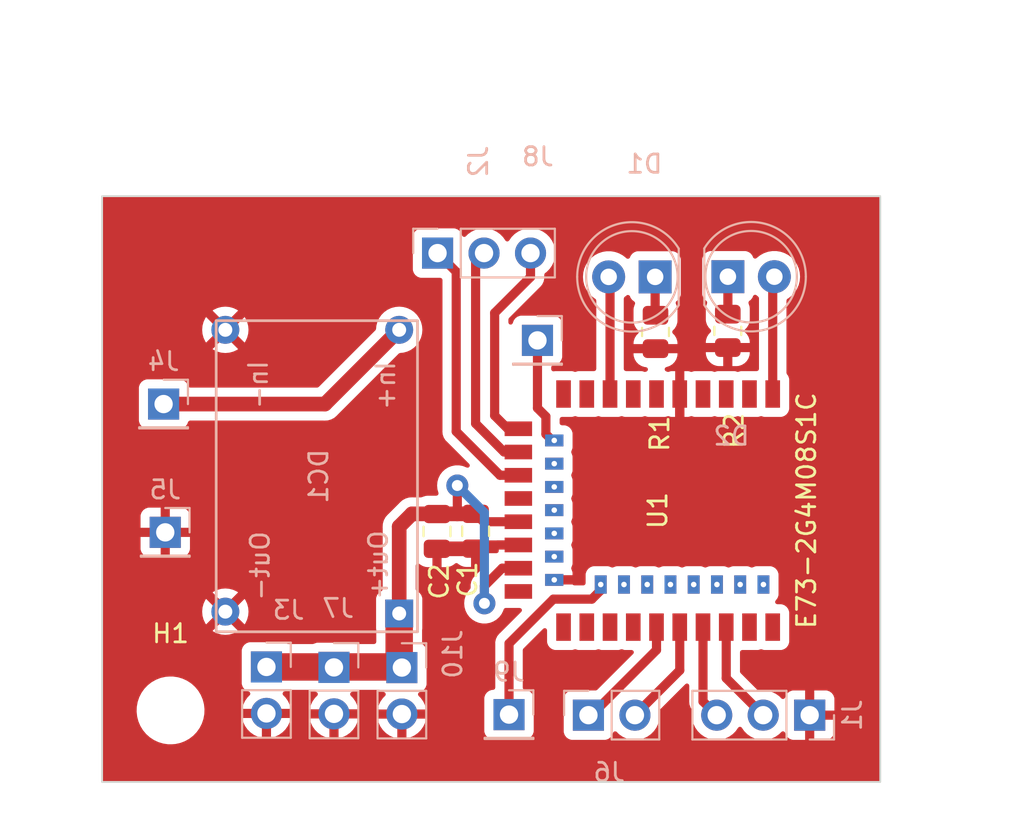
<source format=kicad_pcb>
(kicad_pcb (version 20221018) (generator pcbnew)
  (layers (0 "F.Cu" signal) (31 "B.Cu" signal) (34 "B.Paste" user) (35 "F.Paste" user) (36 "B.SilkS" user "B.Silkscreen") (37 "F.SilkS" user "F.Silkscreen") (38 "B.Mask" user) (39 "F.Mask" user) (44 "Edge.Cuts" user))
  (net 0 "")
  (net 1 "/3V3")
  (net 2 "/SWD_CLK")
  (net 3 "/SWD_IO")
  (net 4 "GND")
  (net 19 "/CS")
  (net 21 "/MISO")
  (net 23 "/MOSI")
  (net 24 "/SCK")
  (net 33 "/IRQ")
  (net 34 "/12VIN")
  (net 37 "/RX")
  (net 38 "/TX")
  (net 40 "Net-(D1-K)")
  (net 41 "/LED1")
  (net 42 "Net-(D2-K)")
  (net 43 "/LED2")
  (footprint "MountingHole:MountingHole_3.2mm_M3" (layer "F.Cu") (at 82 100.59)
    (fp_text reference "H1" (at 0 -4.2) (layer "F.SilkS"))
    (fp_text value "MountingHole")
    (pad "" np_thru_hole circle (at 0 0) (size 3.2 3.2) (drill 3.2) (layers "*.Cu" "*.Mask"))
  )
  (footprint "Capacitor_SMD:C_0805_2012Metric" (layer "F.Cu") (at 98.67 90.8 -90)
    (fp_text reference "C1" (at 2.64 0.44 90) (layer "F.SilkS"))
    (fp_text value "1uF")
    (fp_line (start -0.261252 -0.735) (end 0.261252 -0.735) (stroke (width 0.12)) (layer "F.SilkS"))
    (fp_line (start -0.261252 0.735) (end 0.261252 0.735) (stroke (width 0.12)) (layer "F.SilkS"))
    (pad "1" smd roundrect (at -0.95 0 270) (size 1 1.45) (layers "F.Cu" "F.Paste" "F.Mask") (net 1 "/3V3"))
    (pad "2" smd roundrect (at 0.95 0 270) (size 1 1.45) (layers "F.Cu" "F.Paste" "F.Mask") (net 4 "GND"))
  )
  (footprint "Resistor_SMD:R_0805_2012Metric" (layer "F.Cu") (at 112.45 79.85 -90)
    (fp_text reference "R2" (at 5.4625 -0.34 90) (layer "F.SilkS"))
    (fp_text value "1K")
    (fp_line (start -0.227064 -0.735) (end 0.227064 -0.735) (stroke (width 0.12)) (layer "F.SilkS"))
    (fp_line (start -0.227064 0.735) (end 0.227064 0.735) (stroke (width 0.12)) (layer "F.SilkS"))
    (pad "1" smd roundrect (at -0.9125 0 270) (size 1.025 1.4) (layers "F.Cu" "F.Paste" "F.Mask") (roundrect_rratio 0.243902439) (net 42 "Net-(D2-K)"))
    (pad "2" smd roundrect (at 0.9125 0 270) (size 1.025 1.4) (layers "F.Cu" "F.Paste" "F.Mask") (roundrect_rratio 0.243902439) (net 4 "GND"))
  )
  (footprint "E73:E73-2G4M08S1C-52840" (layer "F.Cu") (at 100.875 89.67)
    (fp_text reference "U1" (at 7.746775 -0.000467 270) (layer "F.SilkS"))
    (fp_text value "~")
    (fp_text user "E73-2G4M08S1C" (at 15.875 0 90) (layer "F.SilkS"))
    (pad "1" smd rect (at 14.03 -6.369) (size 0.8 1.5) (layers "F.Cu" "F.Paste" "F.Mask") (net 43 "/LED2"))
    (pad "2" smd rect (at 12.76 -6.369) (size 0.8 1.5) (layers "F.Cu" "F.Paste" "F.Mask"))
    (pad "3" smd rect (at 11.49 -6.369) (size 0.8 1.5) (layers "F.Cu" "F.Paste" "F.Mask"))
    (pad "4" smd rect (at 10.22 -6.369) (size 0.8 1.5) (layers "F.Cu" "F.Paste" "F.Mask"))
    (pad "5" smd rect (at 8.95 -6.369) (size 0.8 1.5) (layers "F.Cu" "F.Paste" "F.Mask") (net 4 "GND"))
    (pad "6" smd rect (at 7.68 -6.369) (size 0.8 1.5) (layers "F.Cu" "F.Paste" "F.Mask"))
    (pad "7" smd rect (at 6.41 -6.369) (size 0.8 1.5) (layers "F.Cu" "F.Paste" "F.Mask"))
    (pad "8" smd rect (at 5.14 -6.369) (size 0.8 1.5) (layers "F.Cu" "F.Paste" "F.Mask") (net 41 "/LED1"))
    (pad "9" smd rect (at 3.87 -6.369) (size 0.8 1.5) (layers "F.Cu" "F.Paste" "F.Mask"))
    (pad "10" smd rect (at 2.6 -6.369) (size 0.8 1.5) (layers "F.Cu" "F.Paste" "F.Mask"))
    (pad "11" smd rect (at 0.131 -4.47 90) (size 0.8 1.5) (layers "F.Cu" "F.Paste" "F.Mask") (net 21 "/MISO"))
    (pad "12" thru_hole rect (at 2.092 -3.833 90) (size 0.65 1) (drill 0.3) (layers "*.Cu" "*.Mask") (net 37 "/RX"))
    (pad "13" smd rect (at 0.131 -3.2 90) (size 0.8 1.5) (layers "F.Cu" "F.Paste" "F.Mask") (net 23 "/MOSI"))
    (pad "14" thru_hole rect (at 2.092 -2.563 90) (size 0.65 1) (drill 0.3) (layers "*.Cu" "*.Mask"))
    (pad "15" smd rect (at 0.131 -1.93 90) (size 0.8 1.5) (layers "F.Cu" "F.Paste" "F.Mask") (net 24 "/SCK"))
    (pad "16" thru_hole rect (at 2.092 -1.293 90) (size 0.65 1) (drill 0.3) (layers "*.Cu" "*.Mask"))
    (pad "17" smd rect (at 0.131 -0.66 90) (size 0.8 1.5) (layers "F.Cu" "F.Paste" "F.Mask"))
    (pad "18" thru_hole rect (at 2.092 -0.023 90) (size 0.65 1) (drill 0.3) (layers "*.Cu" "*.Mask"))
    (pad "19" smd rect (at 0.131 0.61 90) (size 0.8 1.5) (layers "F.Cu" "F.Paste" "F.Mask") (net 1 "/3V3"))
    (pad "20" thru_hole rect (at 2.092 1.247 90) (size 0.65 1) (drill 0.3) (layers "*.Cu" "*.Mask"))
    (pad "21" smd rect (at 0.131 1.88 90) (size 0.8 1.5) (layers "F.Cu" "F.Paste" "F.Mask") (net 4 "GND"))
    (pad "22" thru_hole rect (at 2.092 2.517 90) (size 0.65 1) (drill 0.3) (layers "*.Cu" "*.Mask"))
    (pad "23" smd rect (at 0.131 3.15 90) (size 0.8 1.5) (layers "F.Cu" "F.Paste" "F.Mask") (net 1 "/3V3"))
    (pad "24" thru_hole rect (at 2.092 3.787 90) (size 0.65 1) (drill 0.3) (layers "*.Cu" "*.Mask") (net 4 "GND"))
    (pad "25" smd rect (at 0.131 4.42 90) (size 0.8 1.5) (layers "F.Cu" "F.Paste" "F.Mask"))
    (pad "26" smd rect (at 2.6 6.369) (size 0.8 1.5) (layers "F.Cu" "F.Paste" "F.Mask"))
    (pad "27" smd rect (at 3.87 6.369) (size 0.8 1.5) (layers "F.Cu" "F.Paste" "F.Mask"))
    (pad "28" thru_hole rect (at 4.632 4.041) (size 0.65 1) (drill 0.3) (layers "*.Cu" "*.Mask") (net 38 "/TX"))
    (pad "29" smd rect (at 5.14 6.369) (size 0.8 1.5) (layers "F.Cu" "F.Paste" "F.Mask"))
    (pad "30" thru_hole rect (at 5.902 4.041) (size 0.65 1) (drill 0.3) (layers "*.Cu" "*.Mask"))
    (pad "31" smd rect (at 6.41 6.369) (size 0.8 1.5) (layers "F.Cu" "F.Paste" "F.Mask"))
    (pad "32" thru_hole rect (at 7.172 4.041) (size 0.65 1) (drill 0.3) (layers "*.Cu" "*.Mask"))
    (pad "33" smd rect (at 7.68 6.369) (size 0.8 1.5) (layers "F.Cu" "F.Paste" "F.Mask") (net 19 "/CS"))
    (pad "34" thru_hole rect (at 8.442 4.041) (size 0.65 1) (drill 0.3) (layers "*.Cu" "*.Mask"))
    (pad "35" smd rect (at 8.95 6.369) (size 0.8 1.5) (layers "F.Cu" "F.Paste" "F.Mask") (net 33 "/IRQ"))
    (pad "36" thru_hole rect (at 9.712 4.041) (size 0.65 1) (drill 0.3) (layers "*.Cu" "*.Mask"))
    (pad "37" smd rect (at 10.22 6.369) (size 0.8 1.5) (layers "F.Cu" "F.Paste" "F.Mask") (net 3 "/SWD_IO"))
    (pad "38" thru_hole rect (at 10.982 4.041) (size 0.65 1) (drill 0.3) (layers "*.Cu" "*.Mask"))
    (pad "39" smd rect (at 11.49 6.369) (size 0.8 1.5) (layers "F.Cu" "F.Paste" "F.Mask") (net 2 "/SWD_CLK"))
    (pad "40" thru_hole rect (at 12.252 4.041) (size 0.65 1) (drill 0.3) (layers "*.Cu" "*.Mask"))
    (pad "41" smd rect (at 12.76 6.369) (size 0.8 1.5) (layers "F.Cu" "F.Paste" "F.Mask"))
    (pad "42" thru_hole rect (at 13.522 4.041) (size 0.65 1) (drill 0.3) (layers "*.Cu" "*.Mask"))
    (pad "43" smd rect (at 14.03 6.369) (size 0.8 1.5) (layers "F.Cu" "F.Paste" "F.Mask"))
  )
  (footprint "Resistor_SMD:R_0805_2012Metric" (layer "F.Cu") (at 108.5 79.91 -90)
    (fp_text reference "R1" (at 5.56 -0.23 90) (layer "F.SilkS"))
    (fp_text value "1K")
    (fp_line (start -0.227064 -0.735) (end 0.227064 -0.735) (stroke (width 0.12)) (layer "F.SilkS"))
    (fp_line (start -0.227064 0.735) (end 0.227064 0.735) (stroke (width 0.12)) (layer "F.SilkS"))
    (pad "1" smd roundrect (at -0.9125 0 270) (size 1.025 1.4) (layers "F.Cu" "F.Paste" "F.Mask") (roundrect_rratio 0.243902439) (net 40 "Net-(D1-K)"))
    (pad "2" smd roundrect (at 0.9125 0 270) (size 1.025 1.4) (layers "F.Cu" "F.Paste" "F.Mask") (roundrect_rratio 0.243902439) (net 4 "GND"))
  )
  (footprint "Capacitor_SMD:C_0805_2012Metric" (layer "F.Cu") (at 96.56 90.81 -90)
    (fp_text reference "C2" (at 2.74 -0.12 90) (layer "F.SilkS"))
    (fp_text value "10uF")
    (fp_line (start -0.261252 -0.735) (end 0.261252 -0.735) (stroke (width 0.12)) (layer "F.SilkS"))
    (fp_line (start -0.261252 0.735) (end 0.261252 0.735) (stroke (width 0.12)) (layer "F.SilkS"))
    (pad "1" smd roundrect (at -0.95 0 270) (size 1 1.45) (layers "F.Cu" "F.Paste" "F.Mask") (net 1 "/3V3"))
    (pad "2" smd roundrect (at 0.95 0 270) (size 1 1.45) (layers "F.Cu" "F.Paste" "F.Mask") (net 4 "GND"))
  )
  (footprint "LED_THT:LED_D5.0mm" (layer "B.Cu") (at 108.48 76.9 180)
    (fp_text reference "D1" (at 0.59 6.17) (layer "B.SilkS") (effects (justify mirror)))
    (fp_text value "LED_Small")
    (fp_line (start -1.29 1.545) (end -1.29 -1.545) (stroke (width 0.12)) (layer "B.SilkS"))
    (fp_arc (start -1.29 -1.54483) (mid 2.072002 -2.880433) (end 4.26 0.000462) (stroke (width 0.12)) (layer "B.SilkS"))
    (fp_arc (start 4.26 -0.000462) (mid 2.072002 2.880433) (end -1.29 1.54483) (stroke (width 0.12)) (layer "B.SilkS"))
    (fp_circle (center 1.27 0) (end 3.77 0) (stroke (width 0.12)) (fill none) (layer "B.SilkS"))
    (pad "1" thru_hole rect (at 0 0 180) (size 1.8 1.8) (drill 0.9) (layers "*.Cu" "*.Mask") (net 40 "Net-(D1-K)"))
    (pad "2" thru_hole circle (at 2.54 0 180) (size 1.8 1.8) (drill 0.9) (layers "*.Cu" "*.Mask") (net 41 "/LED1"))
  )
  (footprint "Connector_PinHeader_2.54mm:PinHeader_1x01_P2.54mm_Vertical" (layer "B.Cu") (at 100.495 100.82 180)
    (fp_text reference "J9" (at 0 2.33) (layer "B.SilkS") (effects (justify mirror)))
    (fp_text value "Conn_01x01")
    (fp_line (start -1.33 -1.33) (end 1.33 -1.33) (stroke (width 0.12)) (layer "B.SilkS"))
    (fp_line (start -1.33 -1.27) (end -1.33 -1.33) (stroke (width 0.12)) (layer "B.SilkS"))
    (fp_line (start -1.33 -1.27) (end 1.33 -1.27) (stroke (width 0.12)) (layer "B.SilkS"))
    (fp_line (start -1.33 0) (end -1.33 1.33) (stroke (width 0.12)) (layer "B.SilkS"))
    (fp_line (start -1.33 1.33) (end 0 1.33) (stroke (width 0.12)) (layer "B.SilkS"))
    (fp_line (start 1.33 -1.27) (end 1.33 -1.33) (stroke (width 0.12)) (layer "B.SilkS"))
    (pad "1" thru_hole rect (at 0 0 180) (size 1.7 1.7) (drill 1) (layers "*.Cu" "*.Mask") (net 38 "/TX"))
  )
  (footprint "LED_THT:LED_D5.0mm" (layer "B.Cu") (at 112.455 76.89)
    (fp_text reference "D2" (at 0.195 8.7) (layer "B.SilkS") (effects (justify mirror)))
    (fp_text value "LED_Small")
    (fp_line (start -1.29 1.545) (end -1.29 -1.545) (stroke (width 0.12)) (layer "B.SilkS"))
    (fp_arc (start -1.29 -1.54483) (mid 2.072002 -2.880433) (end 4.26 0.000462) (stroke (width 0.12)) (layer "B.SilkS"))
    (fp_arc (start 4.26 -0.000462) (mid 2.072002 2.880433) (end -1.29 1.54483) (stroke (width 0.12)) (layer "B.SilkS"))
    (fp_circle (center 1.27 0) (end 3.77 0) (stroke (width 0.12)) (fill none) (layer "B.SilkS"))
    (pad "1" thru_hole rect (at 0 0) (size 1.8 1.8) (drill 0.9) (layers "*.Cu" "*.Mask") (net 42 "Net-(D2-K)"))
    (pad "2" thru_hole circle (at 2.54 0) (size 1.8 1.8) (drill 0.9) (layers "*.Cu" "*.Mask") (net 43 "/LED2"))
  )
  (footprint "Connector_PinHeader_2.54mm:PinHeader_1x02_P2.54mm_Vertical" (layer "B.Cu") (at 104.835 100.85 -90)
    (fp_text reference "J6" (at 3.12 -1.135 -180) (layer "B.SilkS") (effects (justify mirror)))
    (fp_text value "SPI2")
    (fp_line (start -1.33 -3.87) (end 1.33 -3.87) (stroke (width 0.12)) (layer "B.SilkS"))
    (fp_line (start -1.33 -1.27) (end -1.33 -3.87) (stroke (width 0.12)) (layer "B.SilkS"))
    (fp_line (start -1.33 -1.27) (end 1.33 -1.27) (stroke (width 0.12)) (layer "B.SilkS"))
    (fp_line (start -1.33 0) (end -1.33 1.33) (stroke (width 0.12)) (layer "B.SilkS"))
    (fp_line (start -1.33 1.33) (end 0 1.33) (stroke (width 0.12)) (layer "B.SilkS"))
    (fp_line (start 1.33 -1.27) (end 1.33 -3.87) (stroke (width 0.12)) (layer "B.SilkS"))
    (pad "1" thru_hole rect (at 0 0 270) (size 1.7 1.7) (drill 1) (layers "*.Cu" "*.Mask") (net 19 "/CS"))
    (pad "2" thru_hole oval (at 0 -2.54 270) (size 1.7 1.7) (drill 1) (layers "*.Cu" "*.Mask") (net 33 "/IRQ"))
  )
  (footprint "Connector_PinHeader_2.54mm:PinHeader_1x01_P2.54mm_Vertical" (layer "B.Cu") (at 81.62 83.85 180)
    (fp_text reference "J4" (at 0 2.33) (layer "B.SilkS") (effects (justify mirror)))
    (fp_text value "Conn_01x01")
    (fp_line (start -1.33 -1.33) (end 1.33 -1.33) (stroke (width 0.12)) (layer "B.SilkS"))
    (fp_line (start -1.33 -1.27) (end -1.33 -1.33) (stroke (width 0.12)) (layer "B.SilkS"))
    (fp_line (start -1.33 -1.27) (end 1.33 -1.27) (stroke (width 0.12)) (layer "B.SilkS"))
    (fp_line (start -1.33 0) (end -1.33 1.33) (stroke (width 0.12)) (layer "B.SilkS"))
    (fp_line (start -1.33 1.33) (end 0 1.33) (stroke (width 0.12)) (layer "B.SilkS"))
    (fp_line (start 1.33 -1.27) (end 1.33 -1.33) (stroke (width 0.12)) (layer "B.SilkS"))
    (pad "1" thru_hole rect (at 0 0 180) (size 1.7 1.7) (drill 1) (layers "*.Cu" "*.Mask") (net 34 "/12VIN"))
  )
  (footprint "Connector_PinHeader_2.54mm:PinHeader_1x03_P2.54mm_Vertical" (layer "B.Cu") (at 116.925 100.85 90)
    (fp_text reference "J1" (at 0 2.33 90) (layer "B.SilkS") (effects (justify mirror)))
    (fp_text value "SWD")
    (fp_line (start -1.33 -6.41) (end 1.33 -6.41) (stroke (width 0.12)) (layer "B.SilkS"))
    (fp_line (start -1.33 -1.27) (end -1.33 -6.41) (stroke (width 0.12)) (layer "B.SilkS"))
    (fp_line (start -1.33 -1.27) (end 1.33 -1.27) (stroke (width 0.12)) (layer "B.SilkS"))
    (fp_line (start -1.33 0) (end -1.33 1.33) (stroke (width 0.12)) (layer "B.SilkS"))
    (fp_line (start -1.33 1.33) (end 0 1.33) (stroke (width 0.12)) (layer "B.SilkS"))
    (fp_line (start 1.33 -1.27) (end 1.33 -6.41) (stroke (width 0.12)) (layer "B.SilkS"))
    (pad "1" thru_hole rect (at 0 0 90) (size 1.7 1.7) (drill 1) (layers "*.Cu" "*.Mask") (net 4 "GND"))
    (pad "2" thru_hole oval (at 0 -2.54 90) (size 1.7 1.7) (drill 1) (layers "*.Cu" "*.Mask") (net 2 "/SWD_CLK"))
    (pad "3" thru_hole oval (at 0 -5.08 90) (size 1.7 1.7) (drill 1) (layers "*.Cu" "*.Mask") (net 3 "/SWD_IO"))
  )
  (footprint "mini360:DC-DC mini360" (layer "B.Cu") (at 91.7935 90.9935 90)
    (fp_text reference "DC1" (at 3.2 -1.7 90) (layer "B.SilkS") (effects (justify mirror)))
    (fp_text value "DC-DC")
    (fp_text user "In+" (at 8.15 1.96 90) (layer "B.SilkS") (effects (justify mirror)))
    (fp_text user "Out-" (at -1.7 -4.9 90) (layer "B.SilkS") (effects (justify mirror)))
    (fp_text user "In-" (at 8.2 -5 90) (layer "B.SilkS") (effects (justify mirror)))
    (fp_text user "Out+" (at -1.65 1.56 90) (layer "B.SilkS") (effects (justify mirror)))
    (fp_line (start -5.3 -7.3) (end 11.7 -7.3) (stroke (width 0.15)) (layer "B.SilkS"))
    (fp_line (start -5.3 3.7) (end -5.3 -7.3) (stroke (width 0.15)) (layer "B.SilkS"))
    (fp_line (start 11.7 -7.3) (end 11.7 3.7) (stroke (width 0.15)) (layer "B.SilkS"))
    (fp_line (start 11.7 3.7) (end -5.3 3.7) (stroke (width 0.15)) (layer "B.SilkS"))
    (pad "1" thru_hole rect (at -4.3 2.7 90) (size 1.524 1.524) (drill 0.762) (layers "*.Cu" "*.Mask") (net 1 "/3V3"))
    (pad "2" thru_hole circle (at -4.2 -6.8 90) (size 1.524 1.524) (drill 0.762) (layers "*.Cu" "*.Mask") (net 4 "GND"))
    (pad "3" thru_hole circle (at 11.2 2.7 90) (size 1.524 1.524) (drill 0.762) (layers "*.Cu" "*.Mask") (net 34 "/12VIN"))
    (pad "4" thru_hole circle (at 11.2 -6.8 90) (size 1.524 1.524) (drill 0.762) (layers "*.Cu" "*.Mask") (net 4 "GND"))
  )
  (footprint "Connector_PinHeader_2.54mm:PinHeader_1x01_P2.54mm_Vertical" (layer "B.Cu") (at 102.05 80.37 180)
    (fp_text reference "J8" (at -0.02 10.04) (layer "B.SilkS") (effects (justify mirror)))
    (fp_text value "Conn_01x01")
    (fp_line (start -1.33 -1.33) (end 1.33 -1.33) (stroke (width 0.12)) (layer "B.SilkS"))
    (fp_line (start -1.33 -1.27) (end -1.33 -1.33) (stroke (width 0.12)) (layer "B.SilkS"))
    (fp_line (start -1.33 -1.27) (end 1.33 -1.27) (stroke (width 0.12)) (layer "B.SilkS"))
    (fp_line (start -1.33 0) (end -1.33 1.33) (stroke (width 0.12)) (layer "B.SilkS"))
    (fp_line (start -1.33 1.33) (end 0 1.33) (stroke (width 0.12)) (layer "B.SilkS"))
    (fp_line (start 1.33 -1.27) (end 1.33 -1.33) (stroke (width 0.12)) (layer "B.SilkS"))
    (pad "1" thru_hole rect (at 0 0 180) (size 1.7 1.7) (drill 1) (layers "*.Cu" "*.Mask") (net 37 "/RX"))
  )
  (footprint "Connector_PinHeader_2.54mm:PinHeader_1x02_P2.54mm_Vertical" (layer "B.Cu") (at 90.93 98.24 180)
    (fp_text reference "J7" (at -0.23 3.23) (layer "B.SilkS") (effects (justify mirror)))
    (fp_text value "POWER")
    (fp_line (start -1.33 -3.87) (end 1.33 -3.87) (stroke (width 0.12)) (layer "B.SilkS"))
    (fp_line (start -1.33 -1.27) (end -1.33 -3.87) (stroke (width 0.12)) (layer "B.SilkS"))
    (fp_line (start -1.33 -1.27) (end 1.33 -1.27) (stroke (width 0.12)) (layer "B.SilkS"))
    (fp_line (start -1.33 0) (end -1.33 1.33) (stroke (width 0.12)) (layer "B.SilkS"))
    (fp_line (start -1.33 1.33) (end 0 1.33) (stroke (width 0.12)) (layer "B.SilkS"))
    (fp_line (start 1.33 -1.27) (end 1.33 -3.87) (stroke (width 0.12)) (layer "B.SilkS"))
    (pad "1" thru_hole rect (at 0 0 180) (size 1.7 1.7) (drill 1) (layers "*.Cu" "*.Mask") (net 1 "/3V3"))
    (pad "2" thru_hole oval (at 0 -2.54 180) (size 1.7 1.7) (drill 1) (layers "*.Cu" "*.Mask") (net 4 "GND"))
  )
  (footprint "Connector_PinHeader_2.54mm:PinHeader_1x01_P2.54mm_Vertical" (layer "B.Cu") (at 81.71 90.86 180)
    (fp_text reference "J5" (at 0 2.33) (layer "B.SilkS") (effects (justify mirror)))
    (fp_text value "Conn_01x01")
    (fp_line (start -1.33 -1.33) (end 1.33 -1.33) (stroke (width 0.12)) (layer "B.SilkS"))
    (fp_line (start -1.33 -1.27) (end -1.33 -1.33) (stroke (width 0.12)) (layer "B.SilkS"))
    (fp_line (start -1.33 -1.27) (end 1.33 -1.27) (stroke (width 0.12)) (layer "B.SilkS"))
    (fp_line (start -1.33 0) (end -1.33 1.33) (stroke (width 0.12)) (layer "B.SilkS"))
    (fp_line (start -1.33 1.33) (end 0 1.33) (stroke (width 0.12)) (layer "B.SilkS"))
    (fp_line (start 1.33 -1.27) (end 1.33 -1.33) (stroke (width 0.12)) (layer "B.SilkS"))
    (pad "1" thru_hole rect (at 0 0 180) (size 1.7 1.7) (drill 1) (layers "*.Cu" "*.Mask") (net 4 "GND"))
  )
  (footprint "Connector_PinHeader_2.54mm:PinHeader_1x02_P2.54mm_Vertical" (layer "B.Cu") (at 94.64 98.25 180)
    (fp_text reference "J10" (at -2.78 0.74 90) (layer "B.SilkS") (effects (justify mirror)))
    (fp_text value "POWER")
    (fp_line (start -1.33 -3.87) (end 1.33 -3.87) (stroke (width 0.12)) (layer "B.SilkS"))
    (fp_line (start -1.33 -1.27) (end -1.33 -3.87) (stroke (width 0.12)) (layer "B.SilkS"))
    (fp_line (start -1.33 -1.27) (end 1.33 -1.27) (stroke (width 0.12)) (layer "B.SilkS"))
    (fp_line (start -1.33 0) (end -1.33 1.33) (stroke (width 0.12)) (layer "B.SilkS"))
    (fp_line (start -1.33 1.33) (end 0 1.33) (stroke (width 0.12)) (layer "B.SilkS"))
    (fp_line (start 1.33 -1.27) (end 1.33 -3.87) (stroke (width 0.12)) (layer "B.SilkS"))
    (pad "1" thru_hole rect (at 0 0 180) (size 1.7 1.7) (drill 1) (layers "*.Cu" "*.Mask") (net 1 "/3V3"))
    (pad "2" thru_hole oval (at 0 -2.54 180) (size 1.7 1.7) (drill 1) (layers "*.Cu" "*.Mask") (net 4 "GND"))
  )
  (footprint "Connector_PinHeader_2.54mm:PinHeader_1x02_P2.54mm_Vertical" (layer "B.Cu") (at 87.24 98.215 180)
    (fp_text reference "J3" (at -1.21 3.105) (layer "B.SilkS") (effects (justify mirror)))
    (fp_text value "POWER")
    (fp_line (start -1.33 -3.87) (end 1.33 -3.87) (stroke (width 0.12)) (layer "B.SilkS"))
    (fp_line (start -1.33 -1.27) (end -1.33 -3.87) (stroke (width 0.12)) (layer "B.SilkS"))
    (fp_line (start -1.33 -1.27) (end 1.33 -1.27) (stroke (width 0.12)) (layer "B.SilkS"))
    (fp_line (start -1.33 0) (end -1.33 1.33) (stroke (width 0.12)) (layer "B.SilkS"))
    (fp_line (start -1.33 1.33) (end 0 1.33) (stroke (width 0.12)) (layer "B.SilkS"))
    (fp_line (start 1.33 -1.27) (end 1.33 -3.87) (stroke (width 0.12)) (layer "B.SilkS"))
    (pad "1" thru_hole rect (at 0 0 180) (size 1.7 1.7) (drill 1) (layers "*.Cu" "*.Mask") (net 1 "/3V3"))
    (pad "2" thru_hole oval (at 0 -2.54 180) (size 1.7 1.7) (drill 1) (layers "*.Cu" "*.Mask") (net 4 "GND"))
  )
  (footprint "Connector_PinHeader_2.54mm:PinHeader_1x03_P2.54mm_Vertical" (layer "B.Cu") (at 96.59 75.6 -90)
    (fp_text reference "J2" (at -5.01 -2.23 90) (layer "B.SilkS") (effects (justify mirror)))
    (fp_text value "SPI1")
    (fp_line (start -1.33 -6.41) (end 1.33 -6.41) (stroke (width 0.12)) (layer "B.SilkS"))
    (fp_line (start -1.33 -1.27) (end -1.33 -6.41) (stroke (width 0.12)) (layer "B.SilkS"))
    (fp_line (start -1.33 -1.27) (end 1.33 -1.27) (stroke (width 0.12)) (layer "B.SilkS"))
    (fp_line (start -1.33 0) (end -1.33 1.33) (stroke (width 0.12)) (layer "B.SilkS"))
    (fp_line (start -1.33 1.33) (end 0 1.33) (stroke (width 0.12)) (layer "B.SilkS"))
    (fp_line (start 1.33 -1.27) (end 1.33 -6.41) (stroke (width 0.12)) (layer "B.SilkS"))
    (pad "1" thru_hole rect (at 0 0 270) (size 1.7 1.7) (drill 1) (layers "*.Cu" "*.Mask") (net 24 "/SCK"))
    (pad "2" thru_hole oval (at 0 -2.54 270) (size 1.7 1.7) (drill 1) (layers "*.Cu" "*.Mask") (net 23 "/MOSI"))
    (pad "3" thru_hole oval (at 0 -5.08 270) (size 1.7 1.7) (drill 1) (layers "*.Cu" "*.Mask") (net 21 "/MISO"))
  )
  (gr_rect (start 78.26 72.49) (end 120.78 104.5) (stroke (width 0.1)) (fill none) (layer "Edge.Cuts"))
  (segment (start 96.55 89.85) (end 95.19 89.85) (width 0.8) (layer "F.Cu") (net 1))
  (segment (start 99.1 90.28) (end 98.67 89.85) (width 0.5) (layer "F.Cu") (net 1))
  (segment (start 94.4935 98.1035) (end 94.64 98.25) (width 1.5) (layer "F.Cu") (net 1))
  (segment (start 99.15 93.79) (end 99.15 94.74) (width 0.5) (layer "F.Cu") (net 1))
  (segment (start 97.67 89.85) (end 96.57 89.85) (width 0.8) (layer "F.Cu") (net 1))
  (segment (start 95.19 89.85) (end 94.4935 90.5465) (width 0.8) (layer "F.Cu") (net 1))
  (segment (start 99.15 93.79) (end 100.12 92.82) (width 0.5) (layer "F.Cu") (net 1))
  (segment (start 94.4935 90.5465) (end 94.4935 95.2935) (width 0.8) (layer "F.Cu") (net 1))
  (segment (start 97.67 88.3) (end 97.67 89.85) (width 0.5) (layer "F.Cu") (net 1))
  (segment (start 101.006 92.82) (end 100.12 92.82) (width 0.5) (layer "F.Cu") (net 1))
  (segment (start 98.67 89.85) (end 97.67 89.85) (width 0.8) (layer "F.Cu") (net 1))
  (segment (start 101.006 90.28) (end 99.1 90.28) (width 0.5) (layer "F.Cu") (net 1))
  (segment (start 87.24 98.215) (end 94.605 98.215) (width 1.5) (layer "F.Cu") (net 1))
  (segment (start 94.4935 95.2935) (end 94.4935 98.1035) (width 1.5) (layer "F.Cu") (net 1))
  (via (at 99.15 94.74) (size 1.2) (drill 0.6) (layers "F.Cu" "B.Cu") (net 1))
  (via (at 97.67 88.3) (size 1.2) (drill 0.6) (layers "F.Cu" "B.Cu") (net 1))
  (segment (start 99.15 89.78) (end 97.67 88.3) (width 0.5) (layer "B.Cu") (net 1))
  (segment (start 99.15 94.74) (end 99.15 89.78) (width 0.5) (layer "B.Cu") (net 1))
  (segment (start 112.365 96.039) (end 112.365 98.83) (width 0.5) (layer "F.Cu") (net 2))
  (segment (start 112.365 98.83) (end 114.385 100.85) (width 0.5) (layer "F.Cu") (net 2))
  (segment (start 111.095 100.1) (end 111.845 100.85) (width 0.5) (layer "F.Cu") (net 3))
  (segment (start 111.095 96.039) (end 111.095 100.1) (width 0.5) (layer "F.Cu") (net 3))
  (segment (start 109.24 86.37) (end 109.24 85.91) (width 0.5) (layer "F.Cu") (net 4))
  (segment (start 109.825 85.525) (end 109.825 83.301) (width 0.5) (layer "F.Cu") (net 4))
  (segment (start 109.47 85.91) (end 109.84 85.54) (width 0.5) (layer "F.Cu") (net 4))
  (segment (start 104.35 93.18) (end 104.35 91.26) (width 0.5) (layer "F.Cu") (net 4))
  (segment (start 102.967 93.457) (end 104.073 93.457) (width 0.5) (layer "F.Cu") (net 4))
  (segment (start 96.56 91.76) (end 98.66 91.76) (width 0.8) (layer "F.Cu") (net 4))
  (segment (start 104.35 91.26) (end 109.24 86.37) (width 0.5) (layer "F.Cu") (net 4))
  (segment (start 109.84 85.54) (end 109.825 85.525) (width 0.5) (layer "F.Cu") (net 4))
  (segment (start 104.073 93.457) (end 104.35 93.18) (width 0.5) (layer "F.Cu") (net 4))
  (segment (start 101.006 91.55) (end 98.87 91.55) (width 0.5) (layer "F.Cu") (net 4))
  (segment (start 109.24 85.91) (end 109.47 85.91) (width 0.5) (layer "F.Cu") (net 4))
  (segment (start 108.555 97.289) (end 104.994 100.85) (width 0.5) (layer "F.Cu") (net 19))
  (segment (start 108.555 96.039) (end 108.555 97.289) (width 0.5) (layer "F.Cu") (net 19))
  (segment (start 99.71 78.87) (end 101.67 76.91) (width 0.5) (layer "F.Cu") (net 21))
  (segment (start 99.71 84.48) (end 99.71 78.87) (width 0.5) (layer "F.Cu") (net 21))
  (segment (start 101.006 85.2) (end 100.43 85.2) (width 0.5) (layer "F.Cu") (net 21))
  (segment (start 100.43 85.2) (end 99.71 84.48) (width 0.5) (layer "F.Cu") (net 21))
  (segment (start 101.67 76.91) (end 101.67 75.6) (width 0.5) (layer "F.Cu") (net 21))
  (segment (start 101.006 86.47) (end 100.226 86.47) (width 0.5) (layer "F.Cu") (net 23))
  (segment (start 98.67 76.06) (end 99.13 75.6) (width 0.5) (layer "F.Cu") (net 23))
  (segment (start 100.226 86.47) (end 98.67 84.914) (width 0.5) (layer "F.Cu") (net 23))
  (segment (start 98.67 84.914) (end 98.67 76.06) (width 0.5) (layer "F.Cu") (net 23))
  (segment (start 100 87.74) (end 97.61 85.35) (width 0.5) (layer "F.Cu") (net 24))
  (segment (start 101.006 87.74) (end 100 87.74) (width 0.5) (layer "F.Cu") (net 24))
  (segment (start 97.61 76.62) (end 96.59 75.6) (width 0.5) (layer "F.Cu") (net 24))
  (segment (start 97.61 85.35) (end 97.61 76.62) (width 0.5) (layer "F.Cu") (net 24))
  (segment (start 109.825 98.4) (end 107.375 100.85) (width 0.5) (layer "F.Cu") (net 33))
  (segment (start 109.825 96.039) (end 109.825 98.4) (width 0.5) (layer "F.Cu") (net 33))
  (segment (start 90.437 83.85) (end 94.4935 79.7935) (width 0.8) (layer "F.Cu") (net 34))
  (segment (start 81.62 83.85) (end 90.437 83.85) (width 0.8) (layer "F.Cu") (net 34))
  (segment (start 102.51 85.49) (end 102.51 84.53) (width 0.5) (layer "F.Cu") (net 37))
  (segment (start 102.51 84.53) (end 102.05 84.07) (width 0.5) (layer "F.Cu") (net 37))
  (segment (start 102.857 85.837) (end 102.51 85.49) (width 0.5) (layer "F.Cu") (net 37))
  (segment (start 102.05 84.07) (end 102.05 80.37) (width 0.5) (layer "F.Cu") (net 37))
  (segment (start 105.507 94.023) (end 105.02 94.51) (width 0.5) (layer "F.Cu") (net 38))
  (segment (start 100.495 96.935) (end 100.495 100.82) (width 0.5) (layer "F.Cu") (net 38))
  (segment (start 105.507 93.711) (end 105.507 94.023) (width 0.5) (layer "F.Cu") (net 38))
  (segment (start 102.92 94.51) (end 100.495 96.935) (width 0.5) (layer "F.Cu") (net 38))
  (segment (start 105.02 94.51) (end 102.92 94.51) (width 0.5) (layer "F.Cu") (net 38))
  (segment (start 108.48 76.9) (end 108.48 78.9775) (width 0.5) (layer "F.Cu") (net 40))
  (segment (start 106.015 83.301) (end 106.015 76.975) (width 0.5) (layer "F.Cu") (net 41))
  (segment (start 112.455 76.89) (end 112.455 78.9325) (width 0.5) (layer "F.Cu") (net 42))
  (segment (start 114.905 83.301) (end 114.905 76.98) (width 0.5) (layer "F.Cu") (net 43))
  (zone (net 4) (net_name "GND") (layer "F.Cu") (connect_pads (clearance 0.5)) (min_thickness 0.25) (fill yes (thermal_gap 0.5) (thermal_bridge_width 0.5))
    (polygon (pts (xy 128.66 62.24) (xy 128.25 107.36) (xy 72.68 106.81) (xy 73.09 61.77)))
  )
)
</source>
